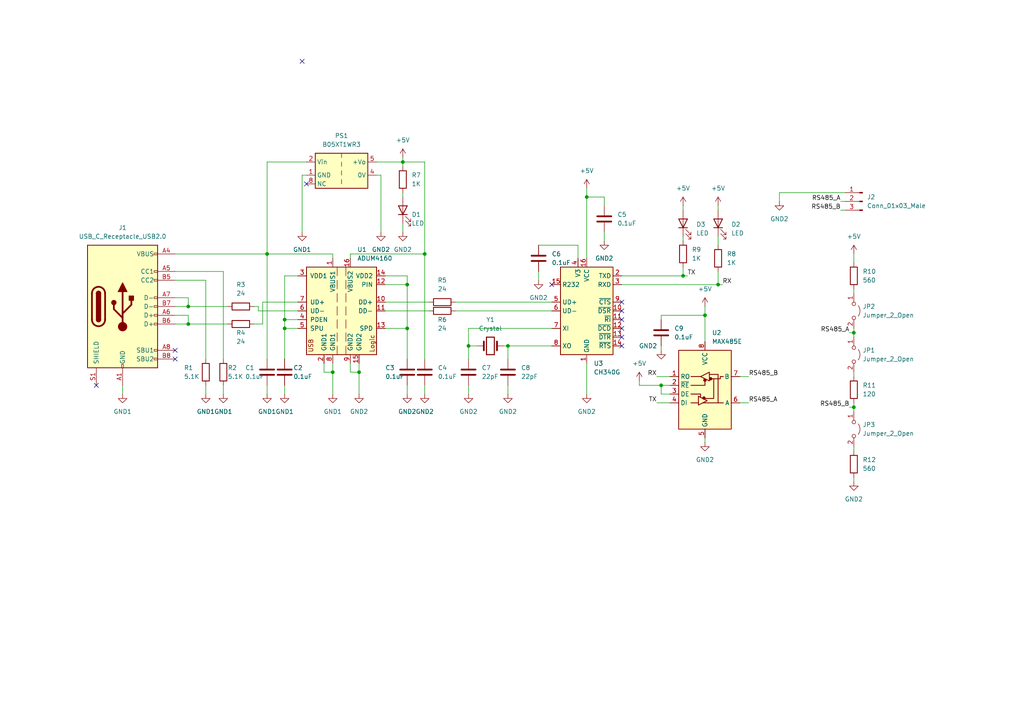
<source format=kicad_sch>
(kicad_sch (version 20211123) (generator eeschema)
  (paper "A4")
  (title_block (title "HIL-01 ISOLATED USB TO RS485"))
  (lib_symbols
    (symbol "Connector:Conn_01x03_Male" (pin_names (offset 1.016) hide)
      (property "Reference" "J" (at 0 5.08 0))
      (property "Value" "Conn_01x03_Male" (at 0 -5.08 0))
      (symbol "Conn_01x03_Male_1_1"
        (polyline (pts (xy 1.27 -2.54) (xy 0.8636 -2.54)) (stroke (width 0.1524)))
        (polyline (pts (xy 1.27 0) (xy 0.8636 0)) (stroke (width 0.1524)))
        (polyline (pts (xy 1.27 2.54) (xy 0.8636 2.54)) (stroke (width 0.1524)))
        (rectangle (start 0.8636 -2.413) (end 0 -2.667) (stroke (width 0.1524)) (fill (type outline)))
        (rectangle (start 0.8636 0.127) (end 0 -0.127) (stroke (width 0.1524)) (fill (type outline)))
        (rectangle (start 0.8636 2.667) (end 0 2.413) (stroke (width 0.1524)) (fill (type outline)))
        (pin passive line (at 5.08 2.54 180) (length 3.81) (name "Pin_1") (number "1"))
        (pin passive line (at 5.08 0 180) (length 3.81) (name "Pin_2") (number "2"))
        (pin passive line (at 5.08 -2.54 180) (length 3.81) (name "Pin_3") (number "3"))
      )
    )
    (symbol "Connector:USB_C_Receptacle_USB2.0" (pin_names (offset 1.016))
      (property "Reference" "J" (at -10.16 19.05 0))
      (property "Value" "USB_C_Receptacle_USB2.0" (at 19.05 19.05 0))
      (symbol "USB_C_Receptacle_USB2.0_0_0"
        (rectangle (start -0.254 -17.78) (end 0.254 -16.764))
        (rectangle (start 10.16 -14.986) (end 9.144 -15.494))
        (rectangle (start 10.16 -12.446) (end 9.144 -12.954))
        (rectangle (start 10.16 -4.826) (end 9.144 -5.334))
        (rectangle (start 10.16 -2.286) (end 9.144 -2.794))
        (rectangle (start 10.16 0.254) (end 9.144 -0.254))
        (rectangle (start 10.16 2.794) (end 9.144 2.286))
        (rectangle (start 10.16 7.874) (end 9.144 7.366))
        (rectangle (start 10.16 10.414) (end 9.144 9.906))
        (rectangle (start 10.16 15.494) (end 9.144 14.986))
      )
      (symbol "USB_C_Receptacle_USB2.0_0_1"
        (rectangle (start -10.16 17.78) (end 10.16 -17.78) (stroke (width 0.254)) (fill (type background)))
        (arc (start -8.89 -3.81) (mid -6.985 -5.715) (end -5.08 -3.81) (stroke (width 0.508)))
        (arc (start -7.62 -3.81) (mid -6.985 -4.445) (end -6.35 -3.81) (stroke (width 0.254)))
        (arc (start -7.62 -3.81) (mid -6.985 -4.445) (end -6.35 -3.81) (stroke (width 0.254)) (fill (type outline)))
        (rectangle (start -7.62 -3.81) (end -6.35 3.81) (stroke (width 0.254)) (fill (type outline)))
        (arc (start -6.35 3.81) (mid -6.985 4.445) (end -7.62 3.81) (stroke (width 0.254)))
        (arc (start -6.35 3.81) (mid -6.985 4.445) (end -7.62 3.81) (stroke (width 0.254)) (fill (type outline)))
        (arc (start -5.08 3.81) (mid -6.985 5.715) (end -8.89 3.81) (stroke (width 0.508)))
        (circle (center -2.54 1.143) (radius 0.635) (stroke (width 0.254)) (fill (type outline)))
        (circle (center 0 -5.842) (radius 1.27) (fill (type outline)))
        (polyline (pts (xy -8.89 -3.81) (xy -8.89 3.81)) (stroke (width 0.508)))
        (polyline (pts (xy -5.08 3.81) (xy -5.08 -3.81)) (stroke (width 0.508)))
        (polyline (pts (xy 0 -5.842) (xy 0 4.318)) (stroke (width 0.508)))
        (polyline (pts (xy 0 -3.302) (xy -2.54 -0.762) (xy -2.54 0.508)) (stroke (width 0.508)))
        (polyline (pts (xy 0 -2.032) (xy 2.54 0.508) (xy 2.54 1.778)) (stroke (width 0.508)))
        (polyline (pts (xy -1.27 4.318) (xy 0 6.858) (xy 1.27 4.318) (xy -1.27 4.318)) (stroke (width 0.254)) (fill (type outline)))
        (rectangle (start 1.905 1.778) (end 3.175 3.048) (stroke (width 0.254)) (fill (type outline)))
      )
      (symbol "USB_C_Receptacle_USB2.0_1_1"
        (pin passive line (at 0 -22.86 90) (length 5.08) (name "GND") (number "A1"))
        (pin passive line (at 0 -22.86 90) (length 5.08) hide (name "GND") (number "A12"))
        (pin passive line (at 15.24 15.24 180) (length 5.08) (name "VBUS") (number "A4"))
        (pin bidirectional line (at 15.24 10.16 180) (length 5.08) (name "CC1") (number "A5"))
        (pin bidirectional line (at 15.24 -2.54 180) (length 5.08) (name "D+") (number "A6"))
        (pin bidirectional line (at 15.24 2.54 180) (length 5.08) (name "D-") (number "A7"))
        (pin bidirectional line (at 15.24 -12.7 180) (length 5.08) (name "SBU1") (number "A8"))
        (pin passive line (at 15.24 15.24 180) (length 5.08) hide (name "VBUS") (number "A9"))
        (pin passive line (at 0 -22.86 90) (length 5.08) hide (name "GND") (number "B1"))
        (pin passive line (at 0 -22.86 90) (length 5.08) hide (name "GND") (number "B12"))
        (pin passive line (at 15.24 15.24 180) (length 5.08) hide (name "VBUS") (number "B4"))
        (pin bidirectional line (at 15.24 7.62 180) (length 5.08) (name "CC2") (number "B5"))
        (pin bidirectional line (at 15.24 -5.08 180) (length 5.08) (name "D+") (number "B6"))
        (pin bidirectional line (at 15.24 0 180) (length 5.08) (name "D-") (number "B7"))
        (pin bidirectional line (at 15.24 -15.24 180) (length 5.08) (name "SBU2") (number "B8"))
        (pin passive line (at 15.24 15.24 180) (length 5.08) hide (name "VBUS") (number "B9"))
        (pin passive line (at -7.62 -22.86 90) (length 5.08) (name "SHIELD") (number "S1"))
      )
    )
    (symbol "Converter_DCDC_SMD:B05XT1WR3"
      (property "Reference" "PS" (at -7.62 6.35 0))
      (property "Value" "B05XT1WR3" (at 1.27 6.35 0))
      (symbol "B05XT1WR3_0_0"
        (pin power_in line (at -10.16 -1.27 0) (length 2.54) (name "GND") (number "1"))
        (pin power_in line (at -10.16 2.54 0) (length 2.54) (name "Vin") (number "2"))
        (pin power_out line (at 10.16 -1.27 180) (length 2.54) (name "0V") (number "4"))
        (pin power_out line (at 10.16 2.54 180) (length 2.54) (name "+Vo") (number "5"))
        (pin power_in line (at -10.16 -3.81 0) (length 2.54) (name "NC") (number "8"))
      )
      (symbol "B05XT1WR3_0_1"
        (rectangle (start -7.62 5.08) (end 7.62 -5.08) (stroke (width 0.254)) (fill (type background)))
        (polyline (pts (xy 0 -2.54) (xy 0 -3.81)))
        (polyline (pts (xy 0 0) (xy 0 -1.27)))
        (polyline (pts (xy 0 2.54) (xy 0 1.27)))
        (polyline (pts (xy 0 5.08) (xy 0 3.81)))
      )
    )
    (symbol "Device:C" (pin_numbers hide) (pin_names (offset 0.254))
      (property "Reference" "C" (at 0.635 2.54 0))
      (property "Value" "C" (at 0.635 -2.54 0))
      (symbol "C_0_1"
        (polyline (pts (xy -2.032 -0.762) (xy 2.032 -0.762)) (stroke (width 0.508)))
        (polyline (pts (xy -2.032 0.762) (xy 2.032 0.762)) (stroke (width 0.508)))
      )
      (symbol "C_1_1"
        (pin passive line (at 0 3.81 270) (length 2.794) (name "~") (number "1"))
        (pin passive line (at 0 -3.81 90) (length 2.794) (name "~") (number "2"))
      )
    )
    (symbol "Device:Crystal" (pin_numbers hide) (pin_names (offset 1.016) hide)
      (property "Reference" "Y" (at 0 3.81 0))
      (property "Value" "Crystal" (at 0 -3.81 0))
      (symbol "Crystal_0_1"
        (rectangle (start -1.143 2.54) (end 1.143 -2.54) (stroke (width 0.3048)))
        (polyline (pts (xy -2.54 0) (xy -1.905 0)))
        (polyline (pts (xy -1.905 -1.27) (xy -1.905 1.27)) (stroke (width 0.508)))
        (polyline (pts (xy 1.905 -1.27) (xy 1.905 1.27)) (stroke (width 0.508)))
        (polyline (pts (xy 2.54 0) (xy 1.905 0)))
      )
      (symbol "Crystal_1_1"
        (pin passive line (at -3.81 0 0) (length 1.27) (name "1") (number "1"))
        (pin passive line (at 3.81 0 180) (length 1.27) (name "2") (number "2"))
      )
    )
    (symbol "Device:LED" (pin_numbers hide) (pin_names (offset 1.016) hide)
      (property "Reference" "D" (at 0 2.54 0))
      (property "Value" "LED" (at 0 -2.54 0))
      (symbol "LED_0_1"
        (polyline (pts (xy -1.27 -1.27) (xy -1.27 1.27)) (stroke (width 0.254)))
        (polyline (pts (xy -1.27 0) (xy 1.27 0)))
        (polyline (pts (xy 1.27 -1.27) (xy 1.27 1.27) (xy -1.27 0) (xy 1.27 -1.27)) (stroke (width 0.254)))
        (polyline (pts (xy -3.048 -0.762) (xy -4.572 -2.286) (xy -3.81 -2.286) (xy -4.572 -2.286) (xy -4.572 -1.524)))
        (polyline (pts (xy -1.778 -0.762) (xy -3.302 -2.286) (xy -2.54 -2.286) (xy -3.302 -2.286) (xy -3.302 -1.524)))
      )
      (symbol "LED_1_1"
        (pin passive line (at -3.81 0 0) (length 2.54) (name "K") (number "1"))
        (pin passive line (at 3.81 0 180) (length 2.54) (name "A") (number "2"))
      )
    )
    (symbol "Device:R" (pin_numbers hide) (pin_names (offset 0))
      (property "Reference" "R" (at 2.032 0 90))
      (property "Value" "R" (at 0 0 90))
      (symbol "R_0_1"
        (rectangle (start -1.016 -2.54) (end 1.016 2.54) (stroke (width 0.254)))
      )
      (symbol "R_1_1"
        (pin passive line (at 0 3.81 270) (length 1.27) (name "~") (number "1"))
        (pin passive line (at 0 -3.81 90) (length 1.27) (name "~") (number "2"))
      )
    )
    (symbol "Interface_UART:MAX485E"
      (property "Reference" "U" (at -6.096 11.43 0))
      (property "Value" "MAX485E" (at 0.762 11.43 0))
      (symbol "MAX485E_0_1"
        (rectangle (start -7.62 10.16) (end 7.62 -12.7) (stroke (width 0.254)) (fill (type background)))
        (circle (center -0.3048 -3.683) (radius 0.3556) (stroke (width 0.254)) (fill (type outline)))
        (circle (center -0.0254 1.4986) (radius 0.3556) (stroke (width 0.254)) (fill (type outline)))
        (polyline (pts (xy -4.064 -5.08) (xy -1.905 -5.08)) (stroke (width 0.254)))
        (polyline (pts (xy -4.064 2.54) (xy -1.27 2.54)) (stroke (width 0.254)))
        (polyline (pts (xy -1.27 -3.2004) (xy -1.27 -3.4544)) (stroke (width 0.254)))
        (polyline (pts (xy -0.635 -5.08) (xy 5.334 -5.08)) (stroke (width 0.254)))
        (polyline (pts (xy -4.064 -2.54) (xy -1.27 -2.54) (xy -1.27 -3.175)) (stroke (width 0.254)))
        (polyline (pts (xy 0 1.27) (xy 0 0) (xy -4.064 0)) (stroke (width 0.254)))
        (polyline (pts (xy 1.27 3.175) (xy 3.81 3.175) (xy 3.81 -5.08)) (stroke (width 0.254)))
        (polyline (pts (xy 2.54 1.905) (xy 2.54 -3.81) (xy 0 -3.81)) (stroke (width 0.254)))
        (polyline (pts (xy -1.905 -3.175) (xy -1.905 -5.715) (xy 0.635 -4.445) (xy -1.905 -3.175)) (stroke (width 0.254)))
        (polyline (pts (xy -1.27 2.54) (xy 1.27 3.81) (xy 1.27 1.27) (xy -1.27 2.54)) (stroke (width 0.254)))
        (polyline (pts (xy 1.905 1.905) (xy 4.445 1.905) (xy 4.445 2.54) (xy 5.334 2.54)) (stroke (width 0.254)))
        (rectangle (start 1.27 3.175) (end 1.27 3.175))
        (circle (center 1.651 1.905) (radius 0.3556) (stroke (width 0.254)) (fill (type outline)))
      )
      (symbol "MAX485E_1_1"
        (pin output line (at -10.16 2.54 0) (length 2.54) (name "RO") (number "1"))
        (pin input line (at -10.16 0 0) (length 2.54) (name "~{RE}") (number "2"))
        (pin input line (at -10.16 -2.54 0) (length 2.54) (name "DE") (number "3"))
        (pin input line (at -10.16 -5.08 0) (length 2.54) (name "DI") (number "4"))
        (pin power_in line (at 0 -15.24 90) (length 2.54) (name "GND") (number "5"))
        (pin bidirectional line (at 10.16 -5.08 180) (length 2.54) (name "A") (number "6"))
        (pin bidirectional line (at 10.16 2.54 180) (length 2.54) (name "B") (number "7"))
        (pin power_in line (at 0 12.7 270) (length 2.54) (name "VCC") (number "8"))
      )
    )
    (symbol "Interface_USB:ADUM4160" (pin_names (offset 1.016))
      (property "Reference" "U" (at -10.16 13.97 0))
      (property "Value" "ADUM4160" (at 3.81 13.97 0))
      (symbol "ADUM4160_0_0"
        (text "Logic" (at 8.89 -12.065 900) (effects (font (size 1.27 1.27)) (justify left)))
      )
      (symbol "ADUM4160_0_1"
        (rectangle (start -10.16 12.7) (end 10.16 -12.7) (stroke (width 0.254)) (fill (type background)))
        (polyline (pts (xy -1.27 -10.16) (xy -1.27 -12.7)))
        (polyline (pts (xy -1.27 -6.35) (xy -1.27 -8.89)))
        (polyline (pts (xy -1.27 -2.54) (xy -1.27 -5.08)))
        (polyline (pts (xy -1.27 1.27) (xy -1.27 -1.27)))
        (polyline (pts (xy -1.27 5.08) (xy -1.27 2.54)))
        (polyline (pts (xy -1.27 8.89) (xy -1.27 6.35)))
        (polyline (pts (xy -1.27 12.7) (xy -1.27 10.16)))
        (polyline (pts (xy 1.27 -10.16) (xy 1.27 -12.7)))
        (polyline (pts (xy 1.27 -6.35) (xy 1.27 -8.89)))
        (polyline (pts (xy 1.27 -2.54) (xy 1.27 -5.08)))
        (polyline (pts (xy 1.27 1.27) (xy 1.27 -1.27)))
        (polyline (pts (xy 1.27 5.08) (xy 1.27 2.54)))
        (polyline (pts (xy 1.27 8.89) (xy 1.27 6.35)))
        (polyline (pts (xy 1.27 12.7) (xy 1.27 10.16)))
      )
      (symbol "ADUM4160_1_0"
        (text "USB" (at -8.89 -12.065 900) (effects (font (size 1.27 1.27)) (justify left)))
      )
      (symbol "ADUM4160_1_1"
        (pin power_in line (at -2.54 15.24 270) (length 2.54) (name "VBUS1") (number "1"))
        (pin bidirectional line (at 12.7 2.54 180) (length 2.54) (name "DD+") (number "10"))
        (pin bidirectional line (at 12.7 0 180) (length 2.54) (name "DD-") (number "11"))
        (pin input line (at 12.7 7.62 180) (length 2.54) (name "PIN") (number "12"))
        (pin input line (at 12.7 -5.08 180) (length 2.54) (name "SPD") (number "13"))
        (pin power_in line (at 12.7 10.16 180) (length 2.54) (name "VDD2") (number "14"))
        (pin power_in line (at 5.08 -15.24 90) (length 2.54) (name "GND2") (number "15"))
        (pin power_in line (at 2.54 15.24 270) (length 2.54) (name "VBUS2") (number "16"))
        (pin power_in line (at -5.08 -15.24 90) (length 2.54) (name "GND1") (number "2"))
        (pin power_in line (at -12.7 10.16 0) (length 2.54) (name "VDD1") (number "3"))
        (pin input line (at -12.7 -2.54 0) (length 2.54) (name "PDEN") (number "4"))
        (pin input line (at -12.7 -5.08 0) (length 2.54) (name "SPU") (number "5"))
        (pin bidirectional line (at -12.7 0 0) (length 2.54) (name "UD-") (number "6"))
        (pin bidirectional line (at -12.7 2.54 0) (length 2.54) (name "UD+") (number "7"))
        (pin power_in line (at -2.54 -15.24 90) (length 2.54) (name "GND1") (number "8"))
        (pin power_in line (at 2.54 -15.24 90) (length 2.54) (name "GND2") (number "9"))
      )
    )
    (symbol "Interface_USB:CH340G"
      (property "Reference" "U" (at -5.08 13.97 0))
      (property "Value" "CH340G" (at 1.27 13.97 0))
      (symbol "CH340G_0_1"
        (rectangle (start -7.62 12.7) (end 7.62 -12.7) (stroke (width 0.254)) (fill (type background)))
      )
      (symbol "CH340G_1_1"
        (pin power_in line (at 0 -15.24 90) (length 2.54) (name "GND") (number "1"))
        (pin input line (at 10.16 0 180) (length 2.54) (name "~{DSR}") (number "10"))
        (pin input line (at 10.16 -2.54 180) (length 2.54) (name "~{RI}") (number "11"))
        (pin input line (at 10.16 -5.08 180) (length 2.54) (name "~{DCD}") (number "12"))
        (pin output line (at 10.16 -7.62 180) (length 2.54) (name "~{DTR}") (number "13"))
        (pin output line (at 10.16 -10.16 180) (length 2.54) (name "~{RTS}") (number "14"))
        (pin input line (at -10.16 7.62 0) (length 2.54) (name "R232") (number "15"))
        (pin power_in line (at 0 15.24 270) (length 2.54) (name "VCC") (number "16"))
        (pin output line (at 10.16 10.16 180) (length 2.54) (name "TXD") (number "2"))
        (pin input line (at 10.16 7.62 180) (length 2.54) (name "RXD") (number "3"))
        (pin passive line (at -2.54 15.24 270) (length 2.54) (name "V3") (number "4"))
        (pin bidirectional line (at -10.16 2.54 0) (length 2.54) (name "UD+") (number "5"))
        (pin bidirectional line (at -10.16 0 0) (length 2.54) (name "UD-") (number "6"))
        (pin input line (at -10.16 -5.08 0) (length 2.54) (name "XI") (number "7"))
        (pin output line (at -10.16 -10.16 0) (length 2.54) (name "XO") (number "8"))
        (pin input line (at 10.16 2.54 180) (length 2.54) (name "~{CTS}") (number "9"))
      )
    )
    (symbol "Jumper:Jumper_2_Open" (pin_names (offset 0) hide)
      (property "Reference" "JP" (at 0 2.794 0))
      (property "Value" "Jumper_2_Open" (at 0 -2.286 0))
      (symbol "Jumper_2_Open_0_0"
        (circle (center -2.032 0) (radius 0.508))
        (circle (center 2.032 0) (radius 0.508))
      )
      (symbol "Jumper_2_Open_0_1"
        (arc (start 1.524 1.27) (mid 0 1.778) (end -1.524 1.27))
      )
      (symbol "Jumper_2_Open_1_1"
        (pin passive line (at -5.08 0 0) (length 2.54) (name "A") (number "1"))
        (pin passive line (at 5.08 0 180) (length 2.54) (name "B") (number "2"))
      )
    )
    (symbol "power:+5V" (power) (pin_names (offset 0))
      (property "Value" "+5V" (at 0 3.556 0))
      (symbol "+5V_0_1"
        (polyline (pts (xy -0.762 1.27) (xy 0 2.54)))
        (polyline (pts (xy 0 0) (xy 0 2.54)))
        (polyline (pts (xy 0 2.54) (xy 0.762 1.27)))
      )
      (symbol "+5V_1_1"
        (pin power_in line (at 0 0 90) (length 0) hide (name "+5V") (number "1"))
      )
    )
    (symbol "power:GND1" (power) (pin_names (offset 0))
      (property "Value" "GND1" (at 0 -3.81 0))
      (symbol "GND1_0_1"
        (polyline (pts (xy 0 0) (xy 0 -1.27) (xy 1.27 -1.27) (xy 0 -2.54) (xy -1.27 -1.27) (xy 0 -1.27)))
      )
      (symbol "GND1_1_1"
        (pin power_in line (at 0 0 270) (length 0) hide (name "GND1") (number "1"))
      )
    )
    (symbol "power:GND2" (power) (pin_names (offset 0))
      (property "Value" "GND2" (at 0 -3.81 0))
      (symbol "GND2_0_1"
        (polyline (pts (xy 0 0) (xy 0 -1.27) (xy 1.27 -1.27) (xy 0 -2.54) (xy -1.27 -1.27) (xy 0 -1.27)))
      )
      (symbol "GND2_1_1"
        (pin power_in line (at 0 0 270) (length 0) hide (name "GND2") (number "1"))
      )
    )
  )
  (junction (at 96.52 107.95))
  (junction (at 77.47 73.66))
  (junction (at 123.19 73.66))
  (junction (at 82.55 92.71))
  (junction (at 147.32 100.33))
  (junction (at 104.14 107.95))
  (junction (at 247.65 96.52))
  (junction (at 118.11 82.55))
  (junction (at 191.77 111.76))
  (junction (at 118.11 95.25))
  (junction (at 204.47 91.44))
  (junction (at 198.12 80.01))
  (junction (at 116.84 46.99))
  (junction (at 247.65 118.11))
  (junction (at 208.28 82.55))
  (junction (at 170.18 57.15))
  (junction (at 54.61 88.9))
  (junction (at 135.89 100.33))
  (junction (at 54.61 93.98))
  (junction (at 82.55 95.25))
  (no_connect (at 27.94 111.76))
  (no_connect (at 180.34 92.71))
  (no_connect (at 180.34 87.63))
  (no_connect (at 87.63 17.78))
  (no_connect (at 50.8 104.14))
  (no_connect (at 50.8 101.6))
  (no_connect (at 180.34 100.33))
  (no_connect (at 180.34 97.79))
  (no_connect (at 160.02 82.55))
  (no_connect (at 180.34 95.25))
  (no_connect (at 180.34 90.17))
  (no_connect (at 88.9 53.34))
  (wire (pts (xy 54.61 91.44) (xy 54.61 93.98)))
  (wire (pts (xy 204.47 127) (xy 204.47 128.27)))
  (wire (pts (xy 111.76 80.01) (xy 118.11 80.01)))
  (wire (pts (xy 118.11 111.76) (xy 118.11 114.3)))
  (wire (pts (xy 185.42 111.76) (xy 191.77 111.76)))
  (wire (pts (xy 247.65 107.95) (xy 247.65 109.22)))
  (wire (pts (xy 170.18 57.15) (xy 170.18 74.93)))
  (wire (pts (xy 132.08 87.63) (xy 160.02 87.63)))
  (wire (pts (xy 88.9 50.8) (xy 87.63 50.8)))
  (wire (pts (xy 82.55 92.71) (xy 82.55 95.25)))
  (wire (pts (xy 82.55 95.25) (xy 82.55 104.14)))
  (wire (pts (xy 135.89 100.33) (xy 135.89 104.14)))
  (wire (pts (xy 247.65 129.54) (xy 247.65 130.81)))
  (wire (pts (xy 111.76 87.63) (xy 124.46 87.63)))
  (wire (pts (xy 82.55 80.01) (xy 82.55 92.71)))
  (wire (pts (xy 190.5 109.22) (xy 194.31 109.22)))
  (wire (pts (xy 35.56 111.76) (xy 35.56 114.3)))
  (wire (pts (xy 111.76 90.17) (xy 124.46 90.17)))
  (wire (pts (xy 156.21 78.74) (xy 156.21 81.28)))
  (wire (pts (xy 93.98 105.41) (xy 93.98 107.95)))
  (wire (pts (xy 118.11 82.55) (xy 118.11 95.25)))
  (wire (pts (xy 87.63 50.8) (xy 87.63 67.31)))
  (wire (pts (xy 50.8 91.44) (xy 54.61 91.44)))
  (wire (pts (xy 54.61 93.98) (xy 50.8 93.98)))
  (wire (pts (xy 180.34 82.55) (xy 208.28 82.55)))
  (wire (pts (xy 147.32 100.33) (xy 160.02 100.33)))
  (wire (pts (xy 247.65 96.52) (xy 247.65 97.79)))
  (wire (pts (xy 101.6 107.95) (xy 104.14 107.95)))
  (wire (pts (xy 247.65 95.25) (xy 247.65 96.52)))
  (wire (pts (xy 214.63 116.84) (xy 217.17 116.84)))
  (wire (pts (xy 82.55 80.01) (xy 86.36 80.01)))
  (wire (pts (xy 104.14 105.41) (xy 104.14 107.95)))
  (wire (pts (xy 132.08 90.17) (xy 160.02 90.17)))
  (wire (pts (xy 111.76 82.55) (xy 118.11 82.55)))
  (wire (pts (xy 82.55 92.71) (xy 86.36 92.71)))
  (wire (pts (xy 111.76 95.25) (xy 118.11 95.25)))
  (wire (pts (xy 116.84 55.88) (xy 116.84 57.15)))
  (wire (pts (xy 204.47 88.9) (xy 204.47 91.44)))
  (wire (pts (xy 180.34 80.01) (xy 198.12 80.01)))
  (wire (pts (xy 64.77 111.76) (xy 64.77 114.3)))
  (wire (pts (xy 167.64 71.12) (xy 156.21 71.12)))
  (wire (pts (xy 247.65 116.84) (xy 247.65 118.11)))
  (wire (pts (xy 191.77 91.44) (xy 204.47 91.44)))
  (wire (pts (xy 198.12 59.69) (xy 198.12 60.96)))
  (wire (pts (xy 247.65 118.11) (xy 247.65 119.38)))
  (wire (pts (xy 82.55 95.25) (xy 86.36 95.25)))
  (wire (pts (xy 175.26 67.31) (xy 175.26 69.85)))
  (wire (pts (xy 246.38 118.11) (xy 247.65 118.11)))
  (wire (pts (xy 74.93 90.17) (xy 86.36 90.17)))
  (wire (pts (xy 50.8 73.66) (xy 77.47 73.66)))
  (wire (pts (xy 190.5 116.84) (xy 194.31 116.84)))
  (wire (pts (xy 96.52 107.95) (xy 96.52 114.3)))
  (wire (pts (xy 245.11 55.88) (xy 226.06 55.88)))
  (wire (pts (xy 198.12 80.01) (xy 198.12 77.47)))
  (wire (pts (xy 247.65 83.82) (xy 247.65 85.09)))
  (wire (pts (xy 118.11 80.01) (xy 118.11 82.55)))
  (wire (pts (xy 147.32 111.76) (xy 147.32 114.3)))
  (wire (pts (xy 116.84 64.77) (xy 116.84 67.31)))
  (wire (pts (xy 96.52 73.66) (xy 96.52 74.93)))
  (wire (pts (xy 59.69 111.76) (xy 59.69 114.3)))
  (wire (pts (xy 77.47 111.76) (xy 77.47 114.3)))
  (wire (pts (xy 82.55 111.76) (xy 82.55 114.3)))
  (wire (pts (xy 76.2 87.63) (xy 86.36 87.63)))
  (wire (pts (xy 185.42 110.49) (xy 185.42 111.76)))
  (wire (pts (xy 116.84 46.99) (xy 123.19 46.99)))
  (wire (pts (xy 109.22 50.8) (xy 110.49 50.8)))
  (wire (pts (xy 50.8 86.36) (xy 54.61 86.36)))
  (wire (pts (xy 110.49 50.8) (xy 110.49 67.31)))
  (wire (pts (xy 77.47 46.99) (xy 77.47 73.66)))
  (wire (pts (xy 54.61 88.9) (xy 50.8 88.9)))
  (wire (pts (xy 123.19 111.76) (xy 123.19 114.3)))
  (wire (pts (xy 194.31 111.76) (xy 191.77 111.76)))
  (wire (pts (xy 243.84 60.96) (xy 245.11 60.96)))
  (wire (pts (xy 208.28 68.58) (xy 208.28 71.12)))
  (wire (pts (xy 247.65 138.43) (xy 247.65 139.7)))
  (wire (pts (xy 64.77 78.74) (xy 64.77 104.14)))
  (wire (pts (xy 191.77 100.33) (xy 191.77 101.6)))
  (wire (pts (xy 198.12 80.01) (xy 199.39 80.01)))
  (wire (pts (xy 246.38 96.52) (xy 247.65 96.52)))
  (wire (pts (xy 135.89 111.76) (xy 135.89 114.3)))
  (wire (pts (xy 247.65 73.66) (xy 247.65 76.2)))
  (wire (pts (xy 54.61 86.36) (xy 54.61 88.9)))
  (wire (pts (xy 214.63 109.22) (xy 217.17 109.22)))
  (wire (pts (xy 101.6 74.93) (xy 101.6 73.66)))
  (wire (pts (xy 77.47 73.66) (xy 96.52 73.66)))
  (wire (pts (xy 146.05 100.33) (xy 147.32 100.33)))
  (wire (pts (xy 109.22 46.99) (xy 116.84 46.99)))
  (wire (pts (xy 147.32 100.33) (xy 147.32 104.14)))
  (wire (pts (xy 93.98 107.95) (xy 96.52 107.95)))
  (wire (pts (xy 76.2 93.98) (xy 76.2 87.63)))
  (wire (pts (xy 138.43 100.33) (xy 135.89 100.33)))
  (wire (pts (xy 243.84 58.42) (xy 245.11 58.42)))
  (wire (pts (xy 123.19 46.99) (xy 123.19 73.66)))
  (wire (pts (xy 73.66 93.98) (xy 76.2 93.98)))
  (wire (pts (xy 208.28 82.55) (xy 209.55 82.55)))
  (wire (pts (xy 208.28 82.55) (xy 208.28 78.74)))
  (wire (pts (xy 59.69 81.28) (xy 59.69 104.14)))
  (wire (pts (xy 123.19 73.66) (xy 123.19 104.14)))
  (wire (pts (xy 101.6 73.66) (xy 123.19 73.66)))
  (wire (pts (xy 175.26 59.69) (xy 175.26 57.15)))
  (wire (pts (xy 204.47 91.44) (xy 204.47 99.06)))
  (wire (pts (xy 50.8 78.74) (xy 64.77 78.74)))
  (wire (pts (xy 167.64 74.93) (xy 167.64 71.12)))
  (wire (pts (xy 54.61 88.9) (xy 66.04 88.9)))
  (wire (pts (xy 104.14 107.95) (xy 104.14 114.3)))
  (wire (pts (xy 74.93 88.9) (xy 74.93 90.17)))
  (wire (pts (xy 118.11 95.25) (xy 118.11 104.14)))
  (wire (pts (xy 101.6 105.41) (xy 101.6 107.95)))
  (wire (pts (xy 135.89 95.25) (xy 135.89 100.33)))
  (wire (pts (xy 191.77 114.3) (xy 194.31 114.3)))
  (wire (pts (xy 96.52 105.41) (xy 96.52 107.95)))
  (wire (pts (xy 226.06 55.88) (xy 226.06 58.42)))
  (wire (pts (xy 170.18 54.61) (xy 170.18 57.15)))
  (wire (pts (xy 208.28 59.69) (xy 208.28 60.96)))
  (wire (pts (xy 191.77 92.71) (xy 191.77 91.44)))
  (wire (pts (xy 116.84 45.72) (xy 116.84 46.99)))
  (wire (pts (xy 116.84 46.99) (xy 116.84 48.26)))
  (wire (pts (xy 54.61 93.98) (xy 66.04 93.98)))
  (wire (pts (xy 88.9 46.99) (xy 77.47 46.99)))
  (wire (pts (xy 175.26 57.15) (xy 170.18 57.15)))
  (wire (pts (xy 191.77 111.76) (xy 191.77 114.3)))
  (wire (pts (xy 77.47 73.66) (xy 77.47 104.14)))
  (wire (pts (xy 198.12 68.58) (xy 198.12 69.85)))
  (wire (pts (xy 170.18 105.41) (xy 170.18 114.3)))
  (wire (pts (xy 73.66 88.9) (xy 74.93 88.9)))
  (wire (pts (xy 50.8 81.28) (xy 59.69 81.28)))
  (wire (pts (xy 160.02 95.25) (xy 135.89 95.25)))
  (label "RS485_B" (at 246.38 118.11 180))
  (label "RX" (at 209.55 82.55 0))
  (label "TX" (at 199.39 80.01 0))
  (label "TX" (at 190.5 116.84 180))
  (label "RS485_B" (at 243.84 60.96 180))
  (label "RX" (at 190.5 109.22 180))
  (label "RS485_A" (at 246.38 96.52 180))
  (label "RS485_A" (at 243.84 58.42 180))
  (label "RS485_A" (at 217.17 116.84 0))
  (label "RS485_B" (at 217.17 109.22 0))
  (symbol (lib_id "Device:C") (at 82.55 107.95 0) (unit 1)
    (property "Reference" "C2" (at 85.09 106.68 0) (effects (justify left)))
    (property "Value" "0.1uF" (at 85.09 109.22 0) (effects (justify left)))
    (property "Footprint" "Capacitor_SMD:C_0805_2012Metric_Pad1.18x1.45mm_HandSolder" (effects hide))
  )
  (symbol (lib_id "Device:C") (at 156.21 74.93 0) (unit 1)
    (property "Reference" "C6" (at 160.02 73.6599 0) (effects (justify left)))
    (property "Value" "0.1uF" (at 160.02 76.1999 0) (effects (justify left)))
    (property "Footprint" "Capacitor_SMD:C_0805_2012Metric_Pad1.18x1.45mm_HandSolder" (effects hide))
  )
  (symbol (lib_id "power:+5V") (at 198.12 59.69 0) (unit 1)
    (property "Reference" "#PWR0120" (effects hide))
    (property "Value" "+5V" (at 198.12 54.61 0))
  )
  (symbol (lib_id "Device:C") (at 175.26 63.5 0) (unit 1)
    (property "Reference" "C5" (at 179.07 62.2299 0) (effects (justify left)))
    (property "Value" "0.1uF" (at 179.07 64.7699 0) (effects (justify left)))
    (property "Footprint" "Capacitor_SMD:C_0805_2012Metric_Pad1.18x1.45mm_HandSolder" (effects hide))
  )
  (symbol (lib_id "power:GND2") (at 116.84 67.31 0) (unit 1)
    (property "Reference" "#PWR0118" (effects hide))
    (property "Value" "GND2" (at 116.84 72.39 0))
  )
  (symbol (lib_id "power:GND2") (at 175.26 69.85 0) (unit 1)
    (property "Reference" "#PWR0116" (effects hide))
    (property "Value" "GND2" (at 175.26 74.93 0))
  )
  (symbol (lib_id "power:GND1") (at 82.55 114.3 0) (unit 1)
    (property "Reference" "#PWR0102" (effects hide))
    (property "Value" "GND1" (at 82.55 119.38 0))
  )
  (symbol (lib_id "power:GND2") (at 110.49 67.31 0) (unit 1)
    (property "Reference" "#PWR0112" (effects hide))
    (property "Value" "GND2" (at 110.49 72.39 0))
  )
  (symbol (lib_id "power:GND1") (at 87.63 67.31 0) (unit 1)
    (property "Reference" "#PWR0111" (effects hide))
    (property "Value" "GND1" (at 87.63 72.39 0))
  )
  (symbol (lib_id "Device:R") (at 198.12 73.66 0) (unit 1)
    (property "Reference" "R9" (at 200.66 72.3899 0) (effects (justify left)))
    (property "Value" "1K" (at 200.66 74.9299 0) (effects (justify left)))
    (property "Footprint" "Resistor_SMD:R_0805_2012Metric_Pad1.20x1.40mm_HandSolder" (effects hide))
  )
  (symbol (lib_id "Connector:USB_C_Receptacle_USB2.0") (at 35.56 88.9 0) (unit 1)
    (property "Reference" "J1" (at 35.56 66.04 0))
    (property "Value" "USB_C_Receptacle_USB2.0" (at 35.56 68.58 0))
    (property "Footprint" "Connector_USB:USB_C_Receptacle_HRO_TYPE-C-31-M-12" (effects hide))
    (property "Datasheet" "https://www.usb.org/sites/default/files/documents/usb_type-c.zip" (effects hide))
  )
  (symbol (lib_id "Converter_DCDC_SMD:B05XT1WR3") (at 99.06 49.53 0) (unit 1)
    (property "Reference" "PS1" (at 99.06 39.37 0))
    (property "Value" "B05XT1WR3" (at 99.06 41.91 0))
    (property "Footprint" "Converter_DCDC_SMD:Converter_DCDC_Mornsun_B05_XT_1WR3_SMD" (effects hide))
    (property "Datasheet" "https://mornsun-power.com/html/pdf/B0505XT-1WR3.html" (effects hide))
  )
  (symbol (lib_id "power:+5V") (at 247.65 73.66 0) (unit 1)
    (property "Reference" "#PWR0127" (effects hide))
    (property "Value" "+5V" (at 247.65 68.58 0))
  )
  (symbol (lib_id "Device:C") (at 123.19 107.95 0) (unit 1)
    (property "Reference" "C4" (at 127 106.6799 0) (effects (justify left)))
    (property "Value" "0.1uF" (at 127 109.2199 0) (effects (justify left)))
    (property "Footprint" "Capacitor_SMD:C_0805_2012Metric_Pad1.18x1.45mm_HandSolder" (effects hide))
  )
  (symbol (lib_id "Device:C") (at 135.89 107.95 0) (unit 1)
    (property "Reference" "C7" (at 139.7 106.6799 0) (effects (justify left)))
    (property "Value" "22pF" (at 139.7 109.2199 0) (effects (justify left)))
    (property "Footprint" "Capacitor_SMD:C_0805_2012Metric_Pad1.18x1.45mm_HandSolder" (effects hide))
  )
  (symbol (lib_id "Interface_UART:MAX485E") (at 204.47 111.76 0) (unit 1)
    (property "Reference" "U2" (at 206.4894 96.52 0) (effects (justify left)))
    (property "Value" "MAX485E" (at 206.4894 99.06 0) (effects (justify left)))
    (property "Footprint" "Package_SO:SOP-8_3.9x4.9mm_P1.27mm" (effects hide))
    (property "Datasheet" "https://datasheets.maximintegrated.com/en/ds/MAX1487E-MAX491E.pdf" (effects hide))
  )
  (symbol (lib_id "Device:R") (at 247.65 113.03 180) (unit 1)
    (property "Reference" "R11" (at 250.19 111.7599 0) (effects (justify right)))
    (property "Value" "120" (at 250.19 114.2999 0) (effects (justify right)))
    (property "Footprint" "Resistor_SMD:R_0805_2012Metric_Pad1.20x1.40mm_HandSolder" (effects hide))
  )
  (symbol (lib_id "Device:LED") (at 116.84 60.96 90) (unit 1)
    (property "Reference" "D1" (at 119.38 62.23 90) (effects (justify right)))
    (property "Value" "LED" (at 119.38 64.77 90) (effects (justify right)))
    (property "Footprint" "Diode_SMD:D_0805_2012Metric_Pad1.15x1.40mm_HandSolder" (effects hide))
  )
  (symbol (lib_id "power:+5V") (at 170.18 54.61 0) (unit 1)
    (property "Reference" "#PWR0121" (effects hide))
    (property "Value" "+5V" (at 170.18 49.53 0))
  )
  (symbol (lib_id "power:GND2") (at 247.65 139.7 0) (unit 1)
    (property "Reference" "#PWR0128" (effects hide))
    (property "Value" "GND2" (at 247.65 144.78 0))
  )
  (symbol (lib_id "power:+5V") (at 204.47 88.9 0) (unit 1)
    (property "Reference" "#PWR0122" (effects hide))
    (property "Value" "+5V" (at 204.47 83.82 0))
  )
  (symbol (lib_id "Device:R") (at 69.85 93.98 270) (unit 1)
    (property "Reference" "R4" (at 69.85 96.52 90))
    (property "Value" "24" (at 69.85 99.06 90))
    (property "Footprint" "Resistor_SMD:R_0805_2012Metric_Pad1.20x1.40mm_HandSolder" (effects hide))
  )
  (symbol (lib_id "power:GND2") (at 118.11 114.3 0) (unit 1)
    (property "Reference" "#PWR0109" (effects hide))
    (property "Value" "GND2" (at 118.11 119.38 0))
  )
  (symbol (lib_id "power:+5V") (at 185.42 110.49 0) (unit 1)
    (property "Reference" "#PWR0124" (effects hide))
    (property "Value" "+5V" (at 185.42 105.41 0))
  )
  (symbol (lib_id "Jumper:Jumper_2_Open") (at 247.65 124.46 270) (unit 1)
    (property "Reference" "JP3" (at 250.19 123.1899 90) (effects (justify left)))
    (property "Value" "Jumper_2_Open" (at 250.19 125.7299 90) (effects (justify left)))
    (property "Footprint" "Connector_PinHeader_2.54mm:PinHeader_1x02_P2.54mm_Vertical" (effects hide))
  )
  (symbol (lib_id "Device:R") (at 69.85 88.9 270) (unit 1)
    (property "Reference" "R3" (at 69.85 82.55 90))
    (property "Value" "24" (at 69.85 85.09 90))
    (property "Footprint" "Resistor_SMD:R_0805_2012Metric_Pad1.20x1.40mm_HandSolder" (effects hide))
  )
  (symbol (lib_id "power:GND1") (at 59.69 114.3 0) (unit 1)
    (property "Reference" "#PWR0104" (effects hide))
    (property "Value" "GND1" (at 59.69 119.38 0))
  )
  (symbol (lib_id "power:GND2") (at 204.47 128.27 0) (unit 1)
    (property "Reference" "#PWR0123" (effects hide))
    (property "Value" "GND2" (at 204.47 133.35 0))
  )
  (symbol (lib_id "power:+5V") (at 116.84 45.72 0) (unit 1)
    (property "Reference" "#PWR0119" (effects hide))
    (property "Value" "+5V" (at 116.84 40.64 0))
  )
  (symbol (lib_id "Device:C") (at 191.77 96.52 0) (unit 1)
    (property "Reference" "C9" (at 195.58 95.2499 0) (effects (justify left)))
    (property "Value" "0.1uF" (at 195.58 97.7899 0) (effects (justify left)))
    (property "Footprint" "Capacitor_SMD:C_0805_2012Metric_Pad1.18x1.45mm_HandSolder" (effects hide))
  )
  (symbol (lib_id "power:GND2") (at 135.89 114.3 0) (unit 1)
    (property "Reference" "#PWR0113" (effects hide))
    (property "Value" "GND2" (at 135.89 119.38 0))
  )
  (symbol (lib_id "Device:R") (at 59.69 107.95 0) (unit 1)
    (property "Reference" "R1" (at 53.34 106.68 0) (effects (justify left)))
    (property "Value" "5.1K" (at 53.34 109.22 0) (effects (justify left)))
    (property "Footprint" "Resistor_SMD:R_0805_2012Metric_Pad1.20x1.40mm_HandSolder" (effects hide))
  )
  (symbol (lib_id "power:GND1") (at 96.52 114.3 0) (unit 1)
    (property "Reference" "#PWR0108" (effects hide))
    (property "Value" "GND1" (at 96.52 119.38 0))
  )
  (symbol (lib_id "Connector:Conn_01x03_Male") (at 250.19 58.42 0) (mirror y) (unit 1)
    (property "Reference" "J2" (at 251.46 57.1499 0) (effects (justify right)))
    (property "Value" "Conn_01x03_Male" (at 251.46 59.6899 0) (effects (justify right)))
    (property "Footprint" "TerminalBlock_4Ucon:TerminalBlock_4Ucon_1x03_P3.50mm_Horizontal" (effects hide))
  )
  (symbol (lib_id "power:GND1") (at 64.77 114.3 0) (unit 1)
    (property "Reference" "#PWR0105" (effects hide))
    (property "Value" "GND1" (at 64.77 119.38 0))
  )
  (symbol (lib_id "power:GND2") (at 147.32 114.3 0) (unit 1)
    (property "Reference" "#PWR0115" (effects hide))
    (property "Value" "GND2" (at 147.32 119.38 0))
  )
  (symbol (lib_id "Device:R") (at 116.84 52.07 180) (unit 1)
    (property "Reference" "R7" (at 119.38 50.7999 0) (effects (justify right)))
    (property "Value" "1K" (at 119.38 53.3399 0) (effects (justify right)))
    (property "Footprint" "Resistor_SMD:R_0805_2012Metric_Pad1.20x1.40mm_HandSolder" (effects hide))
  )
  (symbol (lib_id "Device:C") (at 77.47 107.95 0) (unit 1)
    (property "Reference" "C1" (at 71.12 106.68 0) (effects (justify left)))
    (property "Value" "0.1uF" (at 71.12 109.22 0) (effects (justify left)))
    (property "Footprint" "Capacitor_SMD:C_0805_2012Metric_Pad1.18x1.45mm_HandSolder" (effects hide))
  )
  (symbol (lib_id "Jumper:Jumper_2_Open") (at 247.65 90.17 270) (unit 1)
    (property "Reference" "JP2" (at 250.19 88.8999 90) (effects (justify left)))
    (property "Value" "Jumper_2_Open" (at 250.19 91.4399 90) (effects (justify left)))
    (property "Footprint" "Connector_PinHeader_2.54mm:PinHeader_1x02_P2.54mm_Vertical" (effects hide))
  )
  (symbol (lib_id "Device:C") (at 118.11 107.95 0) (unit 1)
    (property "Reference" "C3" (at 111.76 106.68 0) (effects (justify left)))
    (property "Value" "0.1uF" (at 111.76 109.22 0) (effects (justify left)))
    (property "Footprint" "Capacitor_SMD:C_0805_2012Metric_Pad1.18x1.45mm_HandSolder" (effects hide))
  )
  (symbol (lib_id "Device:R") (at 247.65 134.62 180) (unit 1)
    (property "Reference" "R12" (at 250.19 133.3499 0) (effects (justify right)))
    (property "Value" "560" (at 250.19 135.8899 0) (effects (justify right)))
    (property "Footprint" "Resistor_SMD:R_0805_2012Metric_Pad1.20x1.40mm_HandSolder" (effects hide))
  )
  (symbol (lib_id "power:GND2") (at 191.77 101.6 0) (unit 1)
    (property "Reference" "#PWR0125" (effects hide))
    (property "Value" "GND2" (at 187.96 100.33 0))
  )
  (symbol (lib_id "Device:R") (at 128.27 87.63 270) (unit 1)
    (property "Reference" "R5" (at 128.27 81.28 90))
    (property "Value" "24" (at 128.27 83.82 90))
    (property "Footprint" "Resistor_SMD:R_0805_2012Metric_Pad1.20x1.40mm_HandSolder" (effects hide))
  )
  (symbol (lib_id "Device:R") (at 247.65 80.01 180) (unit 1)
    (property "Reference" "R10" (at 250.19 78.7399 0) (effects (justify right)))
    (property "Value" "560" (at 250.19 81.2799 0) (effects (justify right)))
    (property "Footprint" "Resistor_SMD:R_0805_2012Metric_Pad1.20x1.40mm_HandSolder" (effects hide))
  )
  (symbol (lib_id "power:+5V") (at 208.28 59.69 0) (unit 1)
    (property "Reference" "#PWR0117" (effects hide))
    (property "Value" "+5V" (at 208.28 54.61 0))
  )
  (symbol (lib_id "Device:R") (at 128.27 90.17 270) (unit 1)
    (property "Reference" "R6" (at 128.27 92.71 90))
    (property "Value" "24" (at 128.27 95.25 90))
    (property "Footprint" "Resistor_SMD:R_0805_2012Metric_Pad1.20x1.40mm_HandSolder" (effects hide))
  )
  (symbol (lib_id "Device:C") (at 147.32 107.95 0) (unit 1)
    (property "Reference" "C8" (at 151.13 106.6799 0) (effects (justify left)))
    (property "Value" "22pF" (at 151.13 109.2199 0) (effects (justify left)))
    (property "Footprint" "Capacitor_SMD:C_0805_2012Metric_Pad1.18x1.45mm_HandSolder" (effects hide))
  )
  (symbol (lib_id "Device:LED") (at 198.12 64.77 90) (unit 1)
    (property "Reference" "D3" (at 201.93 65.0874 90) (effects (justify right)))
    (property "Value" "LED" (at 201.93 67.6274 90) (effects (justify right)))
    (property "Footprint" "Diode_SMD:D_0805_2012Metric_Pad1.15x1.40mm_HandSolder" (effects hide))
  )
  (symbol (lib_id "Device:Crystal") (at 142.24 100.33 0) (unit 1)
    (property "Reference" "Y1" (at 142.24 92.71 0))
    (property "Value" "Crystal" (at 142.24 95.25 0))
    (property "Footprint" "Crystal_SMD:Crystal_SMD_HC49-SD_HandSoldering_Compact" (effects hide))
  )
  (symbol (lib_id "power:GND2") (at 123.19 114.3 0) (unit 1)
    (property "Reference" "#PWR0110" (effects hide))
    (property "Value" "GND2" (at 123.19 119.38 0))
  )
  (symbol (lib_id "power:GND2") (at 226.06 58.42 0) (unit 1)
    (property "Reference" "#PWR0126" (effects hide))
    (property "Value" "GND2" (at 226.06 63.5 0))
  )
  (symbol (lib_id "Jumper:Jumper_2_Open") (at 247.65 102.87 270) (unit 1)
    (property "Reference" "JP1" (at 250.19 101.5999 90) (effects (justify left)))
    (property "Value" "Jumper_2_Open" (at 250.19 104.1399 90) (effects (justify left)))
    (property "Footprint" "Connector_PinHeader_2.54mm:PinHeader_1x02_P2.54mm_Vertical" (effects hide))
  )
  (symbol (lib_id "power:GND2") (at 170.18 114.3 0) (unit 1)
    (property "Reference" "#PWR0114" (effects hide))
    (property "Value" "GND2" (at 170.18 119.38 0))
  )
  (symbol (lib_id "Interface_USB:CH340G") (at 170.18 90.17 0) (unit 1)
    (property "Reference" "U3" (at 172.1994 105.41 0) (effects (justify left)))
    (property "Value" "CH340G" (at 172.1994 107.95 0) (effects (justify left)))
    (property "Footprint" "Package_SO:SOIC-16_3.9x9.9mm_P1.27mm" (effects hide))
    (property "Datasheet" "http://www.datasheet5.com/pdf-local-2195953" (effects hide))
  )
  (symbol (lib_id "Interface_USB:ADUM4160") (at 99.06 90.17 0) (unit 1)
    (property "Reference" "U1" (at 103.6194 72.39 0) (effects (justify left)))
    (property "Value" "ADUM4160" (at 103.6194 74.93 0) (effects (justify left)))
    (property "Footprint" "Package_SO:SOIC-16W_7.5x10.3mm_P1.27mm" (effects hide))
    (property "Datasheet" "https://www.analog.com/media/en/technical-documentation/data-sheets/ADuM4160.pdf" (effects hide))
  )
  (symbol (lib_id "power:GND1") (at 35.56 114.3 0) (unit 1)
    (property "Reference" "#PWR0101" (effects hide))
    (property "Value" "GND1" (at 35.56 119.38 0))
  )
  (symbol (lib_id "Device:LED") (at 208.28 64.77 90) (unit 1)
    (property "Reference" "D2" (at 212.09 65.0874 90) (effects (justify right)))
    (property "Value" "LED" (at 212.09 67.6274 90) (effects (justify right)))
    (property "Footprint" "Diode_SMD:D_0805_2012Metric_Pad1.15x1.40mm_HandSolder" (effects hide))
  )
  (symbol (lib_id "power:GND2") (at 156.21 81.28 0) (unit 1)
    (property "Reference" "#PWR0106" (effects hide))
    (property "Value" "GND2" (at 156.21 86.36 0))
  )
  (symbol (lib_id "Device:R") (at 208.28 74.93 180) (unit 1)
    (property "Reference" "R8" (at 210.82 73.6599 0) (effects (justify right)))
    (property "Value" "1K" (at 210.82 76.1999 0) (effects (justify right)))
    (property "Footprint" "Resistor_SMD:R_0805_2012Metric_Pad1.20x1.40mm_HandSolder" (effects hide))
  )
  (symbol (lib_id "power:GND2") (at 104.14 114.3 0) (unit 1)
    (property "Reference" "#PWR0107" (effects hide))
    (property "Value" "GND2" (at 104.14 119.38 0))
  )
  (symbol (lib_id "power:GND1") (at 77.47 114.3 0) (unit 1)
    (property "Reference" "#PWR0103" (effects hide))
    (property "Value" "GND1" (at 77.47 119.38 0))
  )
  (symbol (lib_id "Device:R") (at 64.77 107.95 0) (unit 1)
    (property "Reference" "R2" (at 66.04 106.68 0) (effects (justify left)))
    (property "Value" "5.1K" (at 66.04 109.22 0) (effects (justify left)))
    (property "Footprint" "Resistor_SMD:R_0805_2012Metric_Pad1.20x1.40mm_HandSolder" (effects hide))
  )
)
</source>
